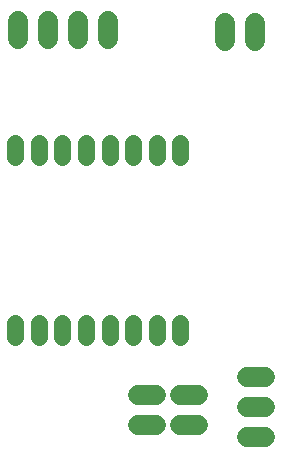
<source format=gbr>
G04 EAGLE Gerber X2 export*
%TF.Part,Single*%
%TF.FileFunction,Soldermask,Bot,1*%
%TF.FilePolarity,Negative*%
%TF.GenerationSoftware,Autodesk,EAGLE,9.1.1*%
%TF.CreationDate,2018-07-26T12:17:36Z*%
G75*
%MOMM*%
%FSLAX34Y34*%
%LPD*%
%AMOC8*
5,1,8,0,0,1.08239X$1,22.5*%
G01*
%ADD10C,1.411200*%
%ADD11C,1.727200*%


D10*
X217890Y277280D02*
X217890Y289360D01*
X197890Y289360D02*
X197890Y277280D01*
X177890Y277280D02*
X177890Y289360D01*
X157890Y289360D02*
X157890Y277280D01*
X137890Y277280D02*
X137890Y289360D01*
X117890Y289360D02*
X117890Y277280D01*
X97890Y277280D02*
X97890Y289360D01*
X77890Y289360D02*
X77890Y277280D01*
X217890Y137280D02*
X217890Y125200D01*
X197890Y125200D02*
X197890Y137280D01*
X177890Y137280D02*
X177890Y125200D01*
X157890Y125200D02*
X157890Y137280D01*
X137890Y137280D02*
X137890Y125200D01*
X117890Y125200D02*
X117890Y137280D01*
X97890Y137280D02*
X97890Y125200D01*
X77890Y125200D02*
X77890Y137280D01*
D11*
X181610Y50800D02*
X196850Y50800D01*
X196850Y76200D02*
X181610Y76200D01*
X217170Y50800D02*
X232410Y50800D01*
X232410Y76200D02*
X217170Y76200D01*
X274320Y40640D02*
X289560Y40640D01*
X289560Y66040D02*
X274320Y66040D01*
X274320Y91440D02*
X289560Y91440D01*
X255270Y375920D02*
X255270Y391160D01*
X280670Y391160D02*
X280670Y375920D01*
X156210Y377190D02*
X156210Y392430D01*
X130810Y392430D02*
X130810Y377190D01*
X105410Y377190D02*
X105410Y392430D01*
X80010Y392430D02*
X80010Y377190D01*
M02*

</source>
